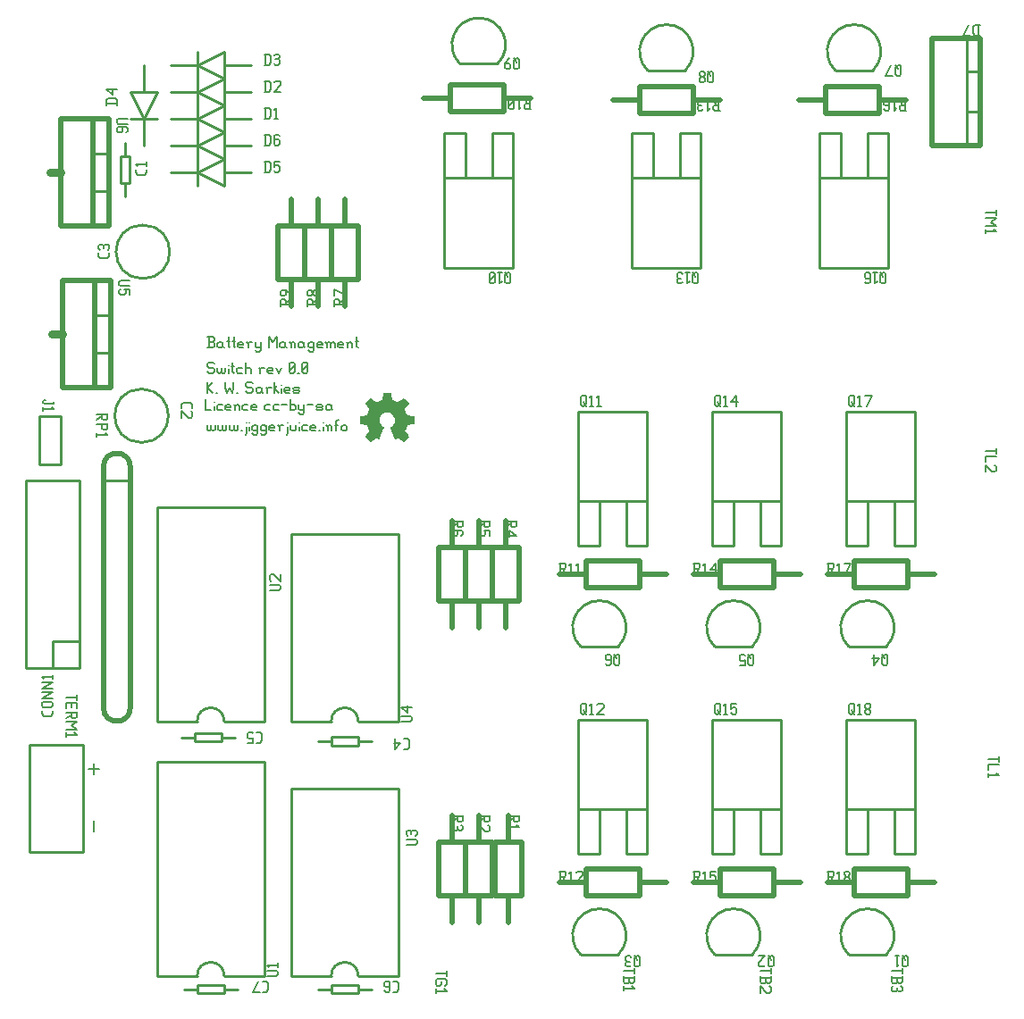
<source format=gto>
G04 start of page 8 for group -4079 idx -4079 *
G04 Title: (unknown), topsilk *
G04 Creator: pcb 20110918 *
G04 CreationDate: Mon 05 May 2014 14:06:19 GMT UTC *
G04 For: ksarkies *
G04 Format: Gerber/RS-274X *
G04 PCB-Dimensions: 390000 390000 *
G04 PCB-Coordinate-Origin: lower left *
%MOIN*%
%FSLAX25Y25*%
%LNTOPSILK*%
%ADD113C,0.0300*%
%ADD112C,0.0200*%
%ADD111C,0.0100*%
%ADD110C,0.0078*%
%ADD109C,0.0060*%
%ADD108C,0.0001*%
G54D108*G36*
X139547Y247604D02*X142124D01*
X142207Y247572D01*
X142254Y247496D01*
X142303Y247257D01*
X142347Y247035D01*
X142738Y244903D01*
X142785Y244815D01*
X142868Y244757D01*
X142971Y244713D01*
X143761Y244442D01*
X144511Y244084D01*
X144517D01*
X144604Y244046D01*
X144701Y244032D01*
X144799Y244063D01*
X146572Y245282D01*
X146763Y245407D01*
X146964Y245543D01*
X147050Y245568D01*
X147132Y245532D01*
X147463Y245202D01*
X147967Y244702D01*
X148125Y244539D01*
X148624Y244041D01*
X148786Y243884D01*
X148954Y243710D01*
X148993Y243625D01*
X148971Y243536D01*
X148835Y243335D01*
X148706Y243145D01*
X147517Y241409D01*
X147485Y241317D01*
X147500Y241220D01*
X147545Y241121D01*
X148228Y239515D01*
X148265Y239424D01*
X148328Y239346D01*
X148418Y239299D01*
X150457Y238918D01*
X150681Y238875D01*
X150924Y238832D01*
X150999Y238785D01*
X151028Y238702D01*
Y236125D01*
X150999Y236036D01*
X150924Y235989D01*
X150681Y235946D01*
X150457Y235903D01*
X148478Y235534D01*
X148390Y235486D01*
X148336Y235403D01*
X148308Y235343D01*
Y235332D01*
X147593Y233559D01*
X147588Y233547D01*
X147571Y233504D01*
X147554Y233403D01*
X147582Y233309D01*
X148711Y231677D01*
X148835Y231486D01*
X148976Y231285D01*
X148995Y231199D01*
X148954Y231117D01*
X148786Y230938D01*
X148624Y230781D01*
X147306Y229463D01*
X147132Y229295D01*
X147050Y229254D01*
X146964Y229272D01*
X146763Y229414D01*
X146572Y229538D01*
X144978Y230635D01*
X144879Y230664D01*
X144782Y230645D01*
X144451Y230461D01*
X144257Y230352D01*
X143910Y230174D01*
X143825Y230168D01*
X143763Y230228D01*
X143617Y230585D01*
X143529Y230792D01*
X142146Y234150D01*
X142058Y234356D01*
X141961Y234589D01*
X141957Y234684D01*
X142010Y234757D01*
X142233Y234888D01*
X142374Y234996D01*
X142910Y235442D01*
X143325Y236006D01*
X143592Y236665D01*
X143686Y237395D01*
X143628Y237970D01*
X143463Y238504D01*
X143200Y238989D01*
X142851Y239411D01*
X142431Y239760D01*
X141947Y240024D01*
X141413Y240189D01*
X140839Y240247D01*
X140264Y240189D01*
X139729Y240024D01*
X139246Y239760D01*
X138824Y239411D01*
X138476Y238989D01*
X138214Y238504D01*
X138049Y237970D01*
X137990Y237395D01*
X138083Y236665D01*
X138350Y236006D01*
X138764Y235442D01*
X139303Y234996D01*
X139439Y234888D01*
X139661Y234757D01*
X139715Y234684D01*
X139710Y234589D01*
X139613Y234356D01*
X139525Y234150D01*
X138142Y230792D01*
X138056Y230585D01*
X137908Y230228D01*
X137847Y230168D01*
X137763Y230174D01*
X137421Y230352D01*
X137220Y230461D01*
X136889Y230645D01*
X136790Y230664D01*
X136693Y230635D01*
X135099Y229538D01*
X134914Y229414D01*
X134708Y229272D01*
X134621Y229254D01*
X134539Y229295D01*
X134365Y229463D01*
X134208Y229625D01*
X133710Y230124D01*
X133547Y230282D01*
X133047Y230781D01*
X132885Y230938D01*
X132717Y231117D01*
X132678Y231199D01*
X132700Y231285D01*
X132836Y231486D01*
X132967Y231677D01*
X134089Y233309D01*
X134117Y233403D01*
X134100Y233504D01*
X134078Y233564D01*
X133368Y235338D01*
X133335Y235403D01*
X133281Y235486D01*
X133195Y235534D01*
X131214Y235903D01*
X130992Y235946D01*
X130753Y235989D01*
X130674Y236039D01*
X130645Y236125D01*
Y238702D01*
X130674Y238785D01*
X130753Y238832D01*
X130992Y238881D01*
X131214Y238918D01*
X133254Y239299D01*
X133343Y239346D01*
X133406Y239429D01*
X133443Y239515D01*
X134132Y241121D01*
X134171Y241220D01*
X134188Y241317D01*
X134160Y241409D01*
X132967Y243150D01*
X132836Y243335D01*
X132700Y243536D01*
X132678Y243625D01*
X132717Y243710D01*
X132885Y243884D01*
X133047Y244041D01*
X134539Y245532D01*
X134621Y245568D01*
X134708Y245549D01*
X134914Y245413D01*
X135099Y245282D01*
X136872Y244063D01*
X136970Y244034D01*
X137068Y244052D01*
X137154Y244084D01*
X137165Y244089D01*
X137911Y244443D01*
X138701Y244718D01*
X138804Y244757D01*
X138888Y244815D01*
X138933Y244903D01*
X139331Y247035D01*
X139368Y247257D01*
X139417Y247496D01*
X139464Y247572D01*
X139547Y247604D01*
G37*
G54D109*X73810Y264370D02*X75810D01*
X76310Y264870D01*
Y266070D02*Y264870D01*
X75810Y266570D02*X76310Y266070D01*
X74310Y266570D02*X75810D01*
X74310Y268370D02*Y264370D01*
X73810Y268370D02*X75810D01*
X76310Y267870D01*
Y267070D01*
X75810Y266570D02*X76310Y267070D01*
X79010Y266370D02*X79510Y265870D01*
X78010Y266370D02*X79010D01*
X77510Y265870D02*X78010Y266370D01*
X77510Y265870D02*Y264870D01*
X78010Y264370D01*
X79510Y266370D02*Y264870D01*
X80010Y264370D01*
X78010D02*X79010D01*
X79510Y264870D01*
X81710Y268370D02*Y264870D01*
X82210Y264370D01*
X81210Y266870D02*X82210D01*
X83710Y268370D02*Y264870D01*
X84210Y264370D01*
X83210Y266870D02*X84210D01*
X85710Y264370D02*X87210D01*
X85210Y264870D02*X85710Y264370D01*
X85210Y265870D02*Y264870D01*
Y265870D02*X85710Y266370D01*
X86710D01*
X87210Y265870D01*
X85210Y265370D02*X87210D01*
Y265870D02*Y265370D01*
X88910Y265870D02*Y264370D01*
Y265870D02*X89410Y266370D01*
X90410D01*
X88410D02*X88910Y265870D01*
X91610Y266370D02*Y264870D01*
X92110Y264370D01*
X93610Y266370D02*Y263370D01*
X93110Y262870D02*X93610Y263370D01*
X92110Y262870D02*X93110D01*
X91610Y263370D02*X92110Y262870D01*
Y264370D02*X93110D01*
X93610Y264870D01*
X96610Y268370D02*Y264370D01*
Y268370D02*X98110Y266370D01*
X99610Y268370D01*
Y264370D01*
X102310Y266370D02*X102810Y265870D01*
X101310Y266370D02*X102310D01*
X100810Y265870D02*X101310Y266370D01*
X100810Y265870D02*Y264870D01*
X101310Y264370D01*
X102810Y266370D02*Y264870D01*
X103310Y264370D01*
X101310D02*X102310D01*
X102810Y264870D01*
X105010Y265870D02*Y264370D01*
Y265870D02*X105510Y266370D01*
X106010D01*
X106510Y265870D01*
Y264370D01*
X104510Y266370D02*X105010Y265870D01*
X109210Y266370D02*X109710Y265870D01*
X108210Y266370D02*X109210D01*
X107710Y265870D02*X108210Y266370D01*
X107710Y265870D02*Y264870D01*
X108210Y264370D01*
X109710Y266370D02*Y264870D01*
X110210Y264370D01*
X108210D02*X109210D01*
X109710Y264870D01*
X112910Y266370D02*X113410Y265870D01*
X111910Y266370D02*X112910D01*
X111410Y265870D02*X111910Y266370D01*
X111410Y265870D02*Y264870D01*
X111910Y264370D01*
X112910D01*
X113410Y264870D01*
X111410Y263370D02*X111910Y262870D01*
X112910D01*
X113410Y263370D01*
Y266370D02*Y263370D01*
X115110Y264370D02*X116610D01*
X114610Y264870D02*X115110Y264370D01*
X114610Y265870D02*Y264870D01*
Y265870D02*X115110Y266370D01*
X116110D01*
X116610Y265870D01*
X114610Y265370D02*X116610D01*
Y265870D02*Y265370D01*
X118310Y265870D02*Y264370D01*
Y265870D02*X118810Y266370D01*
X119310D01*
X119810Y265870D01*
Y264370D01*
Y265870D02*X120310Y266370D01*
X120810D01*
X121310Y265870D01*
Y264370D01*
X117810Y266370D02*X118310Y265870D01*
X123010Y264370D02*X124510D01*
X122510Y264870D02*X123010Y264370D01*
X122510Y265870D02*Y264870D01*
Y265870D02*X123010Y266370D01*
X124010D01*
X124510Y265870D01*
X122510Y265370D02*X124510D01*
Y265870D02*Y265370D01*
X126210Y265870D02*Y264370D01*
Y265870D02*X126710Y266370D01*
X127210D01*
X127710Y265870D01*
Y264370D01*
X125710Y266370D02*X126210Y265870D01*
X129410Y268370D02*Y264870D01*
X129910Y264370D01*
X128910Y266870D02*X129910D01*
X75820Y258970D02*X76320Y258470D01*
X74320Y258970D02*X75820D01*
X73820Y258470D02*X74320Y258970D01*
X73820Y258470D02*Y257470D01*
X74320Y256970D01*
X75820D01*
X76320Y256470D01*
Y255470D01*
X75820Y254970D02*X76320Y255470D01*
X74320Y254970D02*X75820D01*
X73820Y255470D02*X74320Y254970D01*
X77520Y256970D02*Y255470D01*
X78020Y254970D01*
X78520D01*
X79020Y255470D01*
Y256970D02*Y255470D01*
X79520Y254970D01*
X80020D01*
X80520Y255470D01*
Y256970D02*Y255470D01*
X81720Y257970D02*Y257870D01*
Y256470D02*Y254970D01*
X83220Y258970D02*Y255470D01*
X83720Y254970D01*
X82720Y257470D02*X83720D01*
X85220Y256970D02*X86720D01*
X84720Y256470D02*X85220Y256970D01*
X84720Y256470D02*Y255470D01*
X85220Y254970D01*
X86720D01*
X87920Y258970D02*Y254970D01*
Y256470D02*X88420Y256970D01*
X89420D01*
X89920Y256470D01*
Y254970D01*
X93420Y256470D02*Y254970D01*
Y256470D02*X93920Y256970D01*
X94920D01*
X92920D02*X93420Y256470D01*
X96620Y254970D02*X98120D01*
X96120Y255470D02*X96620Y254970D01*
X96120Y256470D02*Y255470D01*
Y256470D02*X96620Y256970D01*
X97620D01*
X98120Y256470D01*
X96120Y255970D02*X98120D01*
Y256470D02*Y255970D01*
X99320Y256970D02*X100320Y254970D01*
X101320Y256970D02*X100320Y254970D01*
X104320Y255470D02*X104820Y254970D01*
X104320Y258470D02*Y255470D01*
Y258470D02*X104820Y258970D01*
X105820D01*
X106320Y258470D01*
Y255470D01*
X105820Y254970D02*X106320Y255470D01*
X104820Y254970D02*X105820D01*
X104320Y255970D02*X106320Y257970D01*
X107520Y254970D02*X108020D01*
X109220Y255470D02*X109720Y254970D01*
X109220Y258470D02*Y255470D01*
Y258470D02*X109720Y258970D01*
X110720D01*
X111220Y258470D01*
Y255470D01*
X110720Y254970D02*X111220Y255470D01*
X109720Y254970D02*X110720D01*
X109220Y255970D02*X111220Y257970D01*
X73820Y251600D02*Y247600D01*
Y249600D02*X75820Y251600D01*
X73820Y249600D02*X75820Y247600D01*
X77020D02*X77520D01*
X80520Y251600D02*Y249600D01*
X81020Y247600D01*
X82020Y249600D01*
X83020Y247600D01*
X83520Y249600D01*
Y251600D02*Y249600D01*
X84720Y247600D02*X85220D01*
X90220Y251600D02*X90720Y251100D01*
X88720Y251600D02*X90220D01*
X88220Y251100D02*X88720Y251600D01*
X88220Y251100D02*Y250100D01*
X88720Y249600D01*
X90220D01*
X90720Y249100D01*
Y248100D01*
X90220Y247600D02*X90720Y248100D01*
X88720Y247600D02*X90220D01*
X88220Y248100D02*X88720Y247600D01*
X93420Y249600D02*X93920Y249100D01*
X92420Y249600D02*X93420D01*
X91920Y249100D02*X92420Y249600D01*
X91920Y249100D02*Y248100D01*
X92420Y247600D01*
X93920Y249600D02*Y248100D01*
X94420Y247600D01*
X92420D02*X93420D01*
X93920Y248100D01*
X96120Y249100D02*Y247600D01*
Y249100D02*X96620Y249600D01*
X97620D01*
X95620D02*X96120Y249100D01*
X98820Y251600D02*Y247600D01*
Y249100D02*X100320Y247600D01*
X98820Y249100D02*X99820Y250100D01*
X101520Y250600D02*Y250500D01*
Y249100D02*Y247600D01*
X103020D02*X104520D01*
X102520Y248100D02*X103020Y247600D01*
X102520Y249100D02*Y248100D01*
Y249100D02*X103020Y249600D01*
X104020D01*
X104520Y249100D01*
X102520Y248600D02*X104520D01*
Y249100D02*Y248600D01*
X106220Y247600D02*X107720D01*
X108220Y248100D01*
X107720Y248600D02*X108220Y248100D01*
X106220Y248600D02*X107720D01*
X105720Y249100D02*X106220Y248600D01*
X105720Y249100D02*X106220Y249600D01*
X107720D01*
X108220Y249100D01*
X105720Y248100D02*X106220Y247600D01*
X73080Y245140D02*Y241140D01*
X75080D01*
X76280Y244140D02*Y244040D01*
Y242640D02*Y241140D01*
X77780Y243140D02*X79280D01*
X77280Y242640D02*X77780Y243140D01*
X77280Y242640D02*Y241640D01*
X77780Y241140D01*
X79280D01*
X80980D02*X82480D01*
X80480Y241640D02*X80980Y241140D01*
X80480Y242640D02*Y241640D01*
Y242640D02*X80980Y243140D01*
X81980D01*
X82480Y242640D01*
X80480Y242140D02*X82480D01*
Y242640D02*Y242140D01*
X84180Y242640D02*Y241140D01*
Y242640D02*X84680Y243140D01*
X85180D01*
X85680Y242640D01*
Y241140D01*
X83680Y243140D02*X84180Y242640D01*
X87380Y243140D02*X88880D01*
X86880Y242640D02*X87380Y243140D01*
X86880Y242640D02*Y241640D01*
X87380Y241140D01*
X88880D01*
X90580D02*X92080D01*
X90080Y241640D02*X90580Y241140D01*
X90080Y242640D02*Y241640D01*
Y242640D02*X90580Y243140D01*
X91580D01*
X92080Y242640D01*
X90080Y242140D02*X92080D01*
Y242640D02*Y242140D01*
X95580Y243140D02*X97080D01*
X95080Y242640D02*X95580Y243140D01*
X95080Y242640D02*Y241640D01*
X95580Y241140D01*
X97080D01*
X98780Y243140D02*X100280D01*
X98280Y242640D02*X98780Y243140D01*
X98280Y242640D02*Y241640D01*
X98780Y241140D01*
X100280D01*
X101480Y243140D02*X103480D01*
X104680Y245140D02*Y241140D01*
Y241640D02*X105180Y241140D01*
X106180D01*
X106680Y241640D01*
Y242640D02*Y241640D01*
X106180Y243140D02*X106680Y242640D01*
X105180Y243140D02*X106180D01*
X104680Y242640D02*X105180Y243140D01*
X107880D02*Y241640D01*
X108380Y241140D01*
X109880Y243140D02*Y240140D01*
X109380Y239640D02*X109880Y240140D01*
X108380Y239640D02*X109380D01*
X107880Y240140D02*X108380Y239640D01*
Y241140D02*X109380D01*
X109880Y241640D01*
X111080Y243140D02*X113080D01*
X114780Y241140D02*X116280D01*
X116780Y241640D01*
X116280Y242140D02*X116780Y241640D01*
X114780Y242140D02*X116280D01*
X114280Y242640D02*X114780Y242140D01*
X114280Y242640D02*X114780Y243140D01*
X116280D01*
X116780Y242640D01*
X114280Y241640D02*X114780Y241140D01*
X119480Y243140D02*X119980Y242640D01*
X118480Y243140D02*X119480D01*
X117980Y242640D02*X118480Y243140D01*
X117980Y242640D02*Y241640D01*
X118480Y241140D01*
X119980Y243140D02*Y241640D01*
X120480Y241140D01*
X118480D02*X119480D01*
X119980Y241640D01*
X73670Y235490D02*Y233990D01*
X74170Y233490D01*
X74670D01*
X75170Y233990D01*
Y235490D02*Y233990D01*
X75670Y233490D01*
X76170D01*
X76670Y233990D01*
Y235490D02*Y233990D01*
X77870Y235490D02*Y233990D01*
X78370Y233490D01*
X78870D01*
X79370Y233990D01*
Y235490D02*Y233990D01*
X79870Y233490D01*
X80370D01*
X80870Y233990D01*
Y235490D02*Y233990D01*
X82070Y235490D02*Y233990D01*
X82570Y233490D01*
X83070D01*
X83570Y233990D01*
Y235490D02*Y233990D01*
X84070Y233490D01*
X84570D01*
X85070Y233990D01*
Y235490D02*Y233990D01*
X86270Y233490D02*X86770D01*
X88470Y236490D02*Y236390D01*
Y234990D02*Y232490D01*
X87970Y231990D02*X88470Y232490D01*
X89470Y236490D02*Y236390D01*
Y234990D02*Y233490D01*
X91970Y235490D02*X92470Y234990D01*
X90970Y235490D02*X91970D01*
X90470Y234990D02*X90970Y235490D01*
X90470Y234990D02*Y233990D01*
X90970Y233490D01*
X91970D01*
X92470Y233990D01*
X90470Y232490D02*X90970Y231990D01*
X91970D01*
X92470Y232490D01*
Y235490D02*Y232490D01*
X95170Y235490D02*X95670Y234990D01*
X94170Y235490D02*X95170D01*
X93670Y234990D02*X94170Y235490D01*
X93670Y234990D02*Y233990D01*
X94170Y233490D01*
X95170D01*
X95670Y233990D01*
X93670Y232490D02*X94170Y231990D01*
X95170D01*
X95670Y232490D01*
Y235490D02*Y232490D01*
X97370Y233490D02*X98870D01*
X96870Y233990D02*X97370Y233490D01*
X96870Y234990D02*Y233990D01*
Y234990D02*X97370Y235490D01*
X98370D01*
X98870Y234990D01*
X96870Y234490D02*X98870D01*
Y234990D02*Y234490D01*
X100570Y234990D02*Y233490D01*
Y234990D02*X101070Y235490D01*
X102070D01*
X100070D02*X100570Y234990D01*
X103770Y236490D02*Y236390D01*
Y234990D02*Y232490D01*
X103270Y231990D02*X103770Y232490D01*
X104770Y235490D02*Y233990D01*
X105270Y233490D01*
X106270D01*
X106770Y233990D01*
Y235490D02*Y233990D01*
X107970Y236490D02*Y236390D01*
Y234990D02*Y233490D01*
X109470Y235490D02*X110970D01*
X108970Y234990D02*X109470Y235490D01*
X108970Y234990D02*Y233990D01*
X109470Y233490D01*
X110970D01*
X112670D02*X114170D01*
X112170Y233990D02*X112670Y233490D01*
X112170Y234990D02*Y233990D01*
Y234990D02*X112670Y235490D01*
X113670D01*
X114170Y234990D01*
X112170Y234490D02*X114170D01*
Y234990D02*Y234490D01*
X115370Y233490D02*X115870D01*
X117070Y236490D02*Y236390D01*
Y234990D02*Y233490D01*
X118570Y234990D02*Y233490D01*
Y234990D02*X119070Y235490D01*
X119570D01*
X120070Y234990D01*
Y233490D01*
X118070Y235490D02*X118570Y234990D01*
X121770Y236990D02*Y233490D01*
Y236990D02*X122270Y237490D01*
X122770D01*
X121270Y235490D02*X122270D01*
X123770Y234990D02*Y233990D01*
Y234990D02*X124270Y235490D01*
X125270D01*
X125770Y234990D01*
Y233990D01*
X125270Y233490D02*X125770Y233990D01*
X124270Y233490D02*X125270D01*
X123770Y233990D02*X124270Y233490D01*
G54D110*X29500Y107120D02*X33420D01*
X31460Y109080D02*Y105160D01*
X31380Y87920D02*Y84000D01*
G54D111*X26000Y215000D02*Y145000D01*
X6000Y215000D02*X26000D01*
X6000D02*Y145000D01*
X26000D01*
X16000Y155000D02*X26000D01*
X16000D02*Y145000D01*
X7500Y116300D02*X27500D01*
X7500D02*Y76300D01*
X27500D01*
Y116300D02*Y76300D01*
X95000Y110000D02*Y30000D01*
X55000Y110000D02*X95000D01*
X55000D02*Y30000D01*
X80000D02*X95000D01*
X55000D02*X70000D01*
X80000D02*G75*G03X70000Y30000I-5000J0D01*G01*
X80000Y25000D02*X85000D01*
X65000D02*X70000D01*
Y23400D02*X80000D01*
X70000Y26600D02*Y23400D01*
Y26600D02*X80000D01*
Y23400D01*
G54D112*X35000Y220000D02*Y130000D01*
X45000Y220000D02*Y130000D01*
G54D111*X35000Y215000D02*X45000D01*
G54D112*Y220000D02*G75*G03X35000Y220000I-5000J0D01*G01*
Y130000D02*G75*G03X45000Y130000I5000J0D01*G01*
G54D111*X95000Y205000D02*Y125000D01*
X55000Y205000D02*X95000D01*
X55000D02*Y125000D01*
X80000D02*X95000D01*
X55000D02*X70000D01*
X80000D02*G75*G03X70000Y125000I-5000J0D01*G01*
X79000Y119000D02*X84000D01*
X64000D02*X69000D01*
Y117400D02*X79000D01*
X69000Y120600D02*Y117400D01*
Y120600D02*X79000D01*
Y117400D01*
G54D112*X344000Y380000D02*X362000D01*
X344000D02*Y340000D01*
X362000D01*
Y380000D02*Y340000D01*
G54D111*X357000Y380000D02*Y340000D01*
Y367500D02*X362000D01*
X357000Y352500D02*X362000D01*
X312200Y207200D02*X337800D01*
X329922D02*Y190472D01*
X337800D01*
Y207200D03*
X312200Y190472D02*X320079D01*
Y207200D01*
X312200Y190472D02*Y240670D01*
X337800Y190472D02*Y240670D01*
D03*
X312200D02*X337800D01*
X302200Y327800D02*X327800D01*
X310078Y344528D02*Y327800D01*
X302200Y344528D02*X310078D01*
X302200Y327800D03*
X319921Y344528D02*X327800D01*
X319921D02*Y327800D01*
X327800Y344528D02*Y294330D01*
X302200Y344528D02*Y294330D01*
D03*
X327800D01*
G54D112*X315000Y185000D02*X335000D01*
Y175000D01*
X315000D02*X335000D01*
X315000Y185000D02*Y175000D01*
X305000Y180000D02*X315000D01*
X335000D02*X345000D01*
X304500Y352000D02*X324500D01*
X304500Y362000D02*Y352000D01*
Y362000D02*X324500D01*
Y352000D01*
Y357000D02*X334500D01*
X294500D02*X304500D01*
G54D111*X130000Y25000D02*X135000D01*
X115000D02*X120000D01*
Y23400D02*X130000D01*
X120000Y26600D02*Y23400D01*
Y26600D02*X130000D01*
Y23400D01*
X313000Y38000D02*X327000D01*
X327071Y37929D02*G75*G03X312929Y37929I-7071J7071D01*G01*
X213000Y38000D02*X227000D01*
X227071Y37929D02*G75*G03X212929Y37929I-7071J7071D01*G01*
G54D112*X180000Y80000D02*Y60000D01*
X170000D02*X180000D01*
X170000Y80000D02*Y60000D01*
Y80000D02*X180000D01*
X175000Y90000D02*Y80000D01*
Y60000D02*Y50000D01*
G54D111*X145000Y100000D02*Y30000D01*
X105000Y100000D02*X145000D01*
X105000D02*Y30000D01*
X130000D02*X145000D01*
X105000D02*X120000D01*
X130000D02*G75*G03X120000Y30000I-5000J0D01*G01*
G54D112*X191000Y80000D02*Y60000D01*
X181000D02*X191000D01*
X181000Y80000D02*Y60000D01*
Y80000D02*X191000D01*
X186000Y90000D02*Y80000D01*
Y60000D02*Y50000D01*
X170000Y80000D02*Y60000D01*
X160000D02*X170000D01*
X160000Y80000D02*Y60000D01*
Y80000D02*X170000D01*
X165000Y90000D02*Y80000D01*
Y60000D02*Y50000D01*
X315000Y70000D02*X335000D01*
Y60000D01*
X315000D02*X335000D01*
X315000Y70000D02*Y60000D01*
X305000Y65000D02*X315000D01*
X335000D02*X345000D01*
X265000Y70000D02*X285000D01*
Y60000D01*
X265000D02*X285000D01*
X265000Y70000D02*Y60000D01*
X255000Y65000D02*X265000D01*
X285000D02*X295000D01*
X215000Y70000D02*X235000D01*
Y60000D01*
X215000D02*X235000D01*
X215000Y70000D02*Y60000D01*
X205000Y65000D02*X215000D01*
X235000D02*X245000D01*
X100000Y310000D02*Y290000D01*
Y310000D02*X110000D01*
Y290000D01*
X100000D02*X110000D01*
X105000D02*Y280000D01*
Y320000D02*Y310000D01*
X110000D02*Y290000D01*
Y310000D02*X120000D01*
Y290000D01*
X110000D02*X120000D01*
X115000D02*Y280000D01*
Y320000D02*Y310000D01*
X120000D02*Y290000D01*
Y310000D02*X130000D01*
Y290000D01*
X120000D02*X130000D01*
X125000D02*Y280000D01*
Y320000D02*Y310000D01*
G54D111*X60000Y360000D02*X70000D01*
X80000D02*X90000D01*
X70000D02*X80000Y365000D01*
Y355000D01*
X70000Y360000D01*
Y365000D02*Y355000D01*
X50000Y350000D02*Y340000D01*
Y370000D02*Y360000D01*
Y350000D02*X45000Y360000D01*
X55000D01*
X50000Y350000D01*
X45000D02*X55000D01*
X60000Y370000D02*X70000D01*
X80000D02*X90000D01*
X70000D02*X80000Y375000D01*
Y365000D01*
X70000Y370000D01*
Y375000D02*Y365000D01*
X60000Y350000D02*X70000D01*
X80000D02*X90000D01*
X70000D02*X80000Y355000D01*
Y345000D01*
X70000Y350000D01*
Y355000D02*Y345000D01*
X60000Y330000D02*X70000D01*
X80000D02*X90000D01*
X70000D02*X80000Y335000D01*
Y325000D01*
X70000Y330000D01*
Y335000D02*Y325000D01*
X60000Y340000D02*X70000D01*
X80000D02*X90000D01*
X70000D02*X80000Y345000D01*
Y335000D01*
X70000Y340000D01*
Y345000D02*Y335000D01*
X49200Y249000D02*G75*G03X49200Y249000I0J-10000D01*G01*
X49700Y290200D02*G75*G03X49700Y290200I0J10000D01*G01*
G54D112*X37900Y289500D02*Y249500D01*
X19900D02*X37900D01*
X19900Y289500D02*Y249500D01*
Y289500D02*X37900D01*
Y249500D01*
X31900D02*X37900D01*
X31900Y289500D02*Y249500D01*
Y289500D02*X37900D01*
G54D111*X31900Y276500D02*X37900D01*
X31900Y262500D02*X37900D01*
G54D113*X15900Y269500D02*X19900D01*
G54D112*X37000Y350000D02*Y310000D01*
X19000D02*X37000D01*
X19000Y350000D02*Y310000D01*
Y350000D02*X37000D01*
Y310000D01*
X31000D02*X37000D01*
X31000Y350000D02*Y310000D01*
Y350000D02*X37000D01*
G54D111*X31000Y337000D02*X37000D01*
X31000Y323000D02*X37000D01*
G54D113*X15000Y330000D02*X19000D01*
G54D111*X43000Y326000D02*Y321000D01*
Y341000D02*Y336000D01*
X41400D02*Y326000D01*
Y336000D02*X44600D01*
Y326000D01*
X41400D02*X44600D01*
X11000Y239000D02*X19000D01*
X11000D02*Y221000D01*
X19000D01*
Y239000D02*Y221000D01*
X263000Y153000D02*X277000D01*
X277071Y152929D02*G75*G03X262929Y152929I-7071J7071D01*G01*
X263000Y38000D02*X277000D01*
X277071Y37929D02*G75*G03X262929Y37929I-7071J7071D01*G01*
X213000Y153000D02*X227000D01*
X227071Y152929D02*G75*G03X212929Y152929I-7071J7071D01*G01*
G54D112*X190000Y190000D02*Y170000D01*
X180000D02*X190000D01*
X180000Y190000D02*Y170000D01*
Y190000D02*X190000D01*
X185000Y200000D02*Y190000D01*
Y170000D02*Y160000D01*
G54D111*X313000Y153000D02*X327000D01*
X327071Y152929D02*G75*G03X312929Y152929I-7071J7071D01*G01*
X312200Y92200D02*X337800D01*
X329922D02*Y75472D01*
X337800D01*
Y92200D03*
X312200Y75472D02*X320079D01*
Y92200D01*
X312200Y75472D02*Y125670D01*
X337800Y75472D02*Y125670D01*
D03*
X312200D02*X337800D01*
X262200Y92200D02*X287800D01*
X279922D02*Y75472D01*
X287800D01*
Y92200D03*
X262200Y75472D02*X270079D01*
Y92200D01*
X262200Y75472D02*Y125670D01*
X287800Y75472D02*Y125670D01*
D03*
X262200D02*X287800D01*
X212200Y92200D02*X237800D01*
X229922D02*Y75472D01*
X237800D01*
Y92200D03*
X212200Y75472D02*X220079D01*
Y92200D01*
X212200Y75472D02*Y125670D01*
X237800Y75472D02*Y125670D01*
D03*
X212200D02*X237800D01*
X168000Y370500D02*X182000D01*
X182071Y370429D02*G75*G03X167929Y370429I-7071J7071D01*G01*
X238000Y368000D02*X252000D01*
X252071Y367929D02*G75*G03X237929Y367929I-7071J7071D01*G01*
X308000Y368000D02*X322000D01*
X322071Y367929D02*G75*G03X307929Y367929I-7071J7071D01*G01*
G54D112*X180000Y190000D02*Y170000D01*
X170000D02*X180000D01*
X170000Y190000D02*Y170000D01*
Y190000D02*X180000D01*
X175000Y200000D02*Y190000D01*
Y170000D02*Y160000D01*
X170000Y190000D02*Y170000D01*
X160000D02*X170000D01*
X160000Y190000D02*Y170000D01*
Y190000D02*X170000D01*
X165000Y200000D02*Y190000D01*
Y170000D02*Y160000D01*
G54D111*X262200Y207200D02*X287800D01*
X279922D02*Y190472D01*
X287800D01*
Y207200D03*
X262200Y190472D02*X270079D01*
Y207200D01*
X262200Y190472D02*Y240670D01*
X287800Y190472D02*Y240670D01*
D03*
X262200D02*X287800D01*
X212200Y207200D02*X237800D01*
X229922D02*Y190472D01*
X237800D01*
Y207200D03*
X212200Y190472D02*X220079D01*
Y207200D01*
X212200Y190472D02*Y240670D01*
X237800Y190472D02*Y240670D01*
D03*
X212200D02*X237800D01*
G54D112*X265000Y185000D02*X285000D01*
Y175000D01*
X265000D02*X285000D01*
X265000Y185000D02*Y175000D01*
X255000Y180000D02*X265000D01*
X285000D02*X295000D01*
X215000Y185000D02*X235000D01*
Y175000D01*
X215000D02*X235000D01*
X215000Y185000D02*Y175000D01*
X205000Y180000D02*X215000D01*
X235000D02*X245000D01*
G54D111*X232200Y327800D02*X257800D01*
X240078Y344528D02*Y327800D01*
X232200Y344528D02*X240078D01*
X232200Y327800D03*
X249921Y344528D02*X257800D01*
X249921D02*Y327800D01*
X257800Y344528D02*Y294330D01*
X232200Y344528D02*Y294330D01*
D03*
X257800D01*
X162200Y327800D02*X187800D01*
X170078Y344528D02*Y327800D01*
X162200Y344528D02*X170078D01*
X162200Y327800D03*
X179921Y344528D02*X187800D01*
X179921D02*Y327800D01*
X187800Y344528D02*Y294330D01*
X162200Y344528D02*Y294330D01*
D03*
X187800D01*
G54D112*X164500Y352500D02*X184500D01*
X164500Y362500D02*Y352500D01*
Y362500D02*X184500D01*
Y352500D01*
Y357500D02*X194500D01*
X154500D02*X164500D01*
X235000Y352000D02*X255000D01*
X235000Y362000D02*Y352000D01*
Y362000D02*X255000D01*
Y352000D01*
Y357000D02*X265000D01*
X225000D02*X235000D01*
G54D111*X145000Y195000D02*Y125000D01*
X105000Y195000D02*X145000D01*
X105000D02*Y125000D01*
X130000D02*X145000D01*
X105000D02*X120000D01*
X130000D02*G75*G03X120000Y125000I-5000J0D01*G01*
X130000Y117500D02*X135000D01*
X115000D02*X120000D01*
Y115900D02*X130000D01*
X120000Y119100D02*Y115900D01*
Y119100D02*X130000D01*
Y115900D01*
G54D109*X369000Y112000D02*Y110000D01*
X365000Y111000D02*X369000D01*
X365000Y108800D02*X369000D01*
X365000D02*Y106800D01*
X368200Y105600D02*X369000Y104800D01*
X365000D02*X369000D01*
X365000Y105600D02*Y104100D01*
X361500Y385000D02*Y381000D01*
X360200D02*X359500Y381700D01*
Y384300D02*Y381700D01*
X360200Y385000D02*X359500Y384300D01*
X360200Y385000D02*X362000D01*
X360200Y381000D02*X362000D01*
X357800Y385000D02*X355800Y381000D01*
X358300D01*
X368000Y316000D02*Y314000D01*
X364000Y315000D02*X368000D01*
X364000Y312800D02*X368000D01*
X366000Y311300D01*
X368000Y309800D01*
X364000D02*X368000D01*
X367200Y308600D02*X368000Y307800D01*
X364000D02*X368000D01*
X364000Y308600D02*Y307100D01*
X368000Y227000D02*Y225000D01*
X364000Y226000D02*X368000D01*
X364000Y223800D02*X368000D01*
X364000D02*Y221800D01*
X367500Y220600D02*X368000Y220100D01*
Y218600D01*
X367500Y218100D01*
X366500D02*X367500D01*
X364000Y220600D02*X366500Y218100D01*
X364000Y220600D02*Y218100D01*
X313189Y246059D02*Y243059D01*
Y246059D02*X313689Y246559D01*
X314689D01*
X315189Y246059D01*
Y243559D01*
X314189Y242559D02*X315189Y243559D01*
X313689Y242559D02*X314189D01*
X313189Y243059D02*X313689Y242559D01*
X314189Y244059D02*X315189Y242559D01*
X316389Y245759D02*X317189Y246559D01*
Y242559D01*
X316389D02*X317889D01*
X319589D02*X321589Y246559D01*
X319089D02*X321589D01*
X263189Y246059D02*Y243059D01*
Y246059D02*X263689Y246559D01*
X264689D01*
X265189Y246059D01*
Y243559D01*
X264189Y242559D02*X265189Y243559D01*
X263689Y242559D02*X264189D01*
X263189Y243059D02*X263689Y242559D01*
X264189Y244059D02*X265189Y242559D01*
X266389Y245759D02*X267189Y246559D01*
Y242559D01*
X266389D02*X267889D01*
X269089Y244059D02*X271089Y246559D01*
X269089Y244059D02*X271589D01*
X271089Y246559D02*Y242559D01*
X213189Y246059D02*Y243059D01*
Y246059D02*X213689Y246559D01*
X214689D01*
X215189Y246059D01*
Y243559D01*
X214189Y242559D02*X215189Y243559D01*
X213689Y242559D02*X214189D01*
X213189Y243059D02*X213689Y242559D01*
X214189Y244059D02*X215189Y242559D01*
X216389Y245759D02*X217189Y246559D01*
Y242559D01*
X216389D02*X217889D01*
X219089Y245759D02*X219889Y246559D01*
Y242559D01*
X219089D02*X220589D01*
X326811Y291941D02*Y288941D01*
X326311Y288441D01*
X325311D02*X326311D01*
X325311D02*X324811Y288941D01*
Y291441D02*Y288941D01*
X325811Y292441D02*X324811Y291441D01*
X325811Y292441D02*X326311D01*
X326811Y291941D02*X326311Y292441D01*
X325811Y290941D02*X324811Y292441D01*
X323611Y289241D02*X322811Y288441D01*
Y292441D02*Y288441D01*
X322111Y292441D02*X323611D01*
X319411Y288441D02*X318911Y288941D01*
X319411Y288441D02*X320411D01*
X320911Y288941D02*X320411Y288441D01*
X320911Y291941D02*Y288941D01*
Y291941D02*X320411Y292441D01*
X319411Y290241D02*X318911Y290741D01*
X319411Y290241D02*X320911D01*
X319411Y292441D02*X320411D01*
X319411D02*X318911Y291941D01*
Y290741D01*
X256811Y291941D02*Y288941D01*
X256311Y288441D01*
X255311D02*X256311D01*
X255311D02*X254811Y288941D01*
Y291441D02*Y288941D01*
X255811Y292441D02*X254811Y291441D01*
X255811Y292441D02*X256311D01*
X256811Y291941D02*X256311Y292441D01*
X255811Y290941D02*X254811Y292441D01*
X253611Y289241D02*X252811Y288441D01*
Y292441D02*Y288441D01*
X252111Y292441D02*X253611D01*
X250911Y288941D02*X250411Y288441D01*
X249411D02*X250411D01*
X249411D02*X248911Y288941D01*
X249411Y292441D02*X248911Y291941D01*
X249411Y292441D02*X250411D01*
X250911Y291941D02*X250411Y292441D01*
X249411Y290241D02*X250411D01*
X248911Y289741D02*Y288941D01*
Y291941D02*Y290741D01*
X249411Y290241D01*
X248911Y289741D02*X249411Y290241D01*
X186811Y291941D02*Y288941D01*
X186311Y288441D01*
X185311D02*X186311D01*
X185311D02*X184811Y288941D01*
Y291441D02*Y288941D01*
X185811Y292441D02*X184811Y291441D01*
X185811Y292441D02*X186311D01*
X186811Y291941D02*X186311Y292441D01*
X185811Y290941D02*X184811Y292441D01*
X183611Y289241D02*X182811Y288441D01*
Y292441D02*Y288441D01*
X182111Y292441D02*X183611D01*
X180911Y291941D02*X180411Y292441D01*
X180911Y291941D02*Y288941D01*
X180411Y288441D01*
X179411D02*X180411D01*
X179411D02*X178911Y288941D01*
Y291941D02*Y288941D01*
X179411Y292441D02*X178911Y291941D01*
X179411Y292441D02*X180411D01*
X180911Y291441D02*X178911Y289441D01*
X192500Y353500D02*X194500D01*
X192500D02*X192000Y354000D01*
Y355000D02*Y354000D01*
X192500Y355500D02*X192000Y355000D01*
X192500Y355500D02*X194000D01*
Y357500D02*Y353500D01*
X193200Y355500D02*X192000Y357500D01*
X190800Y354300D02*X190000Y353500D01*
Y357500D02*Y353500D01*
X189300Y357500D02*X190800D01*
X188100Y357000D02*X187600Y357500D01*
X188100Y357000D02*Y354000D01*
X187600Y353500D01*
X186600D02*X187600D01*
X186600D02*X186100Y354000D01*
Y357000D02*Y354000D01*
X186600Y357500D02*X186100Y357000D01*
X186600Y357500D02*X187600D01*
X188100Y356500D02*X186100Y354500D01*
X263000Y353000D02*X265000D01*
X263000D02*X262500Y353500D01*
Y354500D02*Y353500D01*
X263000Y355000D02*X262500Y354500D01*
X263000Y355000D02*X264500D01*
Y357000D02*Y353000D01*
X263700Y355000D02*X262500Y357000D01*
X261300Y353800D02*X260500Y353000D01*
Y357000D02*Y353000D01*
X259800Y357000D02*X261300D01*
X258600Y353500D02*X258100Y353000D01*
X257100D02*X258100D01*
X257100D02*X256600Y353500D01*
X257100Y357000D02*X256600Y356500D01*
X257100Y357000D02*X258100D01*
X258600Y356500D02*X258100Y357000D01*
X257100Y354800D02*X258100D01*
X256600Y354300D02*Y353500D01*
Y356500D02*Y355300D01*
X257100Y354800D01*
X256600Y354300D02*X257100Y354800D01*
X332500Y353000D02*X334500D01*
X332500D02*X332000Y353500D01*
Y354500D02*Y353500D01*
X332500Y355000D02*X332000Y354500D01*
X332500Y355000D02*X334000D01*
Y357000D02*Y353000D01*
X333200Y355000D02*X332000Y357000D01*
X330800Y353800D02*X330000Y353000D01*
Y357000D02*Y353000D01*
X329300Y357000D02*X330800D01*
X326600Y353000D02*X326100Y353500D01*
X326600Y353000D02*X327600D01*
X328100Y353500D02*X327600Y353000D01*
X328100Y356500D02*Y353500D01*
Y356500D02*X327600Y357000D01*
X326600Y354800D02*X326100Y355300D01*
X326600Y354800D02*X328100D01*
X326600Y357000D02*X327600D01*
X326600D02*X326100Y356500D01*
Y355300D01*
X333000Y33000D02*Y31000D01*
X329000Y32000D02*X333000D01*
X329000Y29800D02*Y27800D01*
X329500Y27300D01*
X330700D01*
X331200Y27800D02*X330700Y27300D01*
X331200Y29300D02*Y27800D01*
X329000Y29300D02*X333000D01*
Y29800D02*Y27800D01*
X332500Y27300D01*
X331700D02*X332500D01*
X331200Y27800D02*X331700Y27300D01*
X332500Y26100D02*X333000Y25600D01*
Y24600D01*
X332500Y24100D01*
X329000Y24600D02*X329500Y24100D01*
X329000Y25600D02*Y24600D01*
X329500Y26100D02*X329000Y25600D01*
X331200D02*Y24600D01*
X331700Y24100D02*X332500D01*
X329500D02*X330700D01*
X331200Y24600D01*
X331700Y24100D02*X331200Y24600D01*
X284000Y33000D02*Y31000D01*
X280000Y32000D02*X284000D01*
X280000Y29800D02*Y27800D01*
X280500Y27300D01*
X281700D01*
X282200Y27800D02*X281700Y27300D01*
X282200Y29300D02*Y27800D01*
X280000Y29300D02*X284000D01*
Y29800D02*Y27800D01*
X283500Y27300D01*
X282700D02*X283500D01*
X282200Y27800D02*X282700Y27300D01*
X283500Y26100D02*X284000Y25600D01*
Y24100D01*
X283500Y23600D01*
X282500D02*X283500D01*
X280000Y26100D02*X282500Y23600D01*
X280000Y26100D02*Y23600D01*
X233000Y33000D02*Y31000D01*
X229000Y32000D02*X233000D01*
X229000Y29800D02*Y27800D01*
X229500Y27300D01*
X230700D01*
X231200Y27800D02*X230700Y27300D01*
X231200Y29300D02*Y27800D01*
X229000Y29300D02*X233000D01*
Y29800D02*Y27800D01*
X232500Y27300D01*
X231700D02*X232500D01*
X231200Y27800D02*X231700Y27300D01*
X232200Y26100D02*X233000Y25300D01*
X229000D02*X233000D01*
X229000Y26100D02*Y24600D01*
X313189Y131059D02*Y128059D01*
Y131059D02*X313689Y131559D01*
X314689D01*
X315189Y131059D01*
Y128559D01*
X314189Y127559D02*X315189Y128559D01*
X313689Y127559D02*X314189D01*
X313189Y128059D02*X313689Y127559D01*
X314189Y129059D02*X315189Y127559D01*
X316389Y130759D02*X317189Y131559D01*
Y127559D01*
X316389D02*X317889D01*
X319089Y128059D02*X319589Y127559D01*
X319089Y128859D02*Y128059D01*
Y128859D02*X319789Y129559D01*
X320389D01*
X321089Y128859D01*
Y128059D01*
X320589Y127559D02*X321089Y128059D01*
X319589Y127559D02*X320589D01*
X319089Y130259D02*X319789Y129559D01*
X319089Y131059D02*Y130259D01*
Y131059D02*X319589Y131559D01*
X320589D01*
X321089Y131059D01*
Y130259D01*
X320389Y129559D02*X321089Y130259D01*
X263189Y131059D02*Y128059D01*
Y131059D02*X263689Y131559D01*
X264689D01*
X265189Y131059D01*
Y128559D01*
X264189Y127559D02*X265189Y128559D01*
X263689Y127559D02*X264189D01*
X263189Y128059D02*X263689Y127559D01*
X264189Y129059D02*X265189Y127559D01*
X266389Y130759D02*X267189Y131559D01*
Y127559D01*
X266389D02*X267889D01*
X269089Y131559D02*X271089D01*
X269089D02*Y129559D01*
X269589Y130059D01*
X270589D01*
X271089Y129559D01*
Y128059D01*
X270589Y127559D02*X271089Y128059D01*
X269589Y127559D02*X270589D01*
X269089Y128059D02*X269589Y127559D01*
X163000Y32000D02*Y30000D01*
X159000Y31000D02*X163000D01*
Y26800D02*X162500Y26300D01*
X163000Y28300D02*Y26800D01*
X162500Y28800D02*X163000Y28300D01*
X159500Y28800D02*X162500D01*
X159500D02*X159000Y28300D01*
Y26800D01*
X159500Y26300D01*
X160500D01*
X161000Y26800D02*X160500Y26300D01*
X161000Y27800D02*Y26800D01*
X162200Y25100D02*X163000Y24300D01*
X159000D02*X163000D01*
X159000Y25100D02*Y23600D01*
X235000Y37000D02*Y34000D01*
X234500Y33500D01*
X233500D02*X234500D01*
X233500D02*X233000Y34000D01*
Y36500D02*Y34000D01*
X234000Y37500D02*X233000Y36500D01*
X234000Y37500D02*X234500D01*
X235000Y37000D02*X234500Y37500D01*
X234000Y36000D02*X233000Y37500D01*
X231800Y34000D02*X231300Y33500D01*
X230300D02*X231300D01*
X230300D02*X229800Y34000D01*
X230300Y37500D02*X229800Y37000D01*
X230300Y37500D02*X231300D01*
X231800Y37000D02*X231300Y37500D01*
X230300Y35300D02*X231300D01*
X229800Y34800D02*Y34000D01*
Y37000D02*Y35800D01*
X230300Y35300D01*
X229800Y34800D02*X230300Y35300D01*
X227500Y149500D02*Y146500D01*
X227000Y146000D01*
X226000D02*X227000D01*
X226000D02*X225500Y146500D01*
Y149000D02*Y146500D01*
X226500Y150000D02*X225500Y149000D01*
X226500Y150000D02*X227000D01*
X227500Y149500D02*X227000Y150000D01*
X226500Y148500D02*X225500Y150000D01*
X222800Y146000D02*X222300Y146500D01*
X222800Y146000D02*X223800D01*
X224300Y146500D02*X223800Y146000D01*
X224300Y149500D02*Y146500D01*
Y149500D02*X223800Y150000D01*
X222800Y147800D02*X222300Y148300D01*
X222800Y147800D02*X224300D01*
X222800Y150000D02*X223800D01*
X222800D02*X222300Y149500D01*
Y148300D01*
X277500Y149500D02*Y146500D01*
X277000Y146000D01*
X276000D02*X277000D01*
X276000D02*X275500Y146500D01*
Y149000D02*Y146500D01*
X276500Y150000D02*X275500Y149000D01*
X276500Y150000D02*X277000D01*
X277500Y149500D02*X277000Y150000D01*
X276500Y148500D02*X275500Y150000D01*
X272300Y146000D02*X274300D01*
Y148000D02*Y146000D01*
Y148000D02*X273800Y147500D01*
X272800D02*X273800D01*
X272800D02*X272300Y148000D01*
Y149500D02*Y148000D01*
X272800Y150000D02*X272300Y149500D01*
X272800Y150000D02*X273800D01*
X274300Y149500D02*X273800Y150000D01*
X213189Y131059D02*Y128059D01*
Y131059D02*X213689Y131559D01*
X214689D01*
X215189Y131059D01*
Y128559D01*
X214189Y127559D02*X215189Y128559D01*
X213689Y127559D02*X214189D01*
X213189Y128059D02*X213689Y127559D01*
X214189Y129059D02*X215189Y127559D01*
X216389Y130759D02*X217189Y131559D01*
Y127559D01*
X216389D02*X217889D01*
X219089Y131059D02*X219589Y131559D01*
X221089D01*
X221589Y131059D01*
Y130059D01*
X219089Y127559D02*X221589Y130059D01*
X219089Y127559D02*X221589D01*
X327500Y149500D02*Y146500D01*
X327000Y146000D01*
X326000D02*X327000D01*
X326000D02*X325500Y146500D01*
Y149000D02*Y146500D01*
X326500Y150000D02*X325500Y149000D01*
X326500Y150000D02*X327000D01*
X327500Y149500D02*X327000Y150000D01*
X326500Y148500D02*X325500Y150000D01*
X324300Y148500D02*X322300Y146000D01*
X321800Y148500D02*X324300D01*
X322300Y150000D02*Y146000D01*
X285000Y37000D02*Y34000D01*
X284500Y33500D01*
X283500D02*X284500D01*
X283500D02*X283000Y34000D01*
Y36500D02*Y34000D01*
X284000Y37500D02*X283000Y36500D01*
X284000Y37500D02*X284500D01*
X285000Y37000D02*X284500Y37500D01*
X284000Y36000D02*X283000Y37500D01*
X281800Y34000D02*X281300Y33500D01*
X279800D02*X281300D01*
X279800D02*X279300Y34000D01*
Y35000D02*Y34000D01*
X281800Y37500D02*X279300Y35000D01*
Y37500D02*X281800D01*
X335000Y37000D02*Y34000D01*
X334500Y33500D01*
X333500D02*X334500D01*
X333500D02*X333000Y34000D01*
Y36500D02*Y34000D01*
X334000Y37500D02*X333000Y36500D01*
X334000Y37500D02*X334500D01*
X335000Y37000D02*X334500Y37500D01*
X334000Y36000D02*X333000Y37500D01*
X331800Y34300D02*X331000Y33500D01*
Y37500D02*Y33500D01*
X330300Y37500D02*X331800D01*
X305000Y69000D02*X307000D01*
X307500Y68500D01*
Y67500D01*
X307000Y67000D02*X307500Y67500D01*
X305500Y67000D02*X307000D01*
X305500Y69000D02*Y65000D01*
X306300Y67000D02*X307500Y65000D01*
X308700Y68200D02*X309500Y69000D01*
Y65000D01*
X308700D02*X310200D01*
X311400Y65500D02*X311900Y65000D01*
X311400Y66300D02*Y65500D01*
Y66300D02*X312100Y67000D01*
X312700D01*
X313400Y66300D01*
Y65500D01*
X312900Y65000D02*X313400Y65500D01*
X311900Y65000D02*X312900D01*
X311400Y67700D02*X312100Y67000D01*
X311400Y68500D02*Y67700D01*
Y68500D02*X311900Y69000D01*
X312900D01*
X313400Y68500D01*
Y67700D01*
X312700Y67000D02*X313400Y67700D01*
X190000Y90000D02*Y88000D01*
X189500Y87500D01*
X188500D02*X189500D01*
X188000Y88000D02*X188500Y87500D01*
X188000Y89500D02*Y88000D01*
X186000Y89500D02*X190000D01*
X188000Y88700D02*X186000Y87500D01*
X189200Y86300D02*X190000Y85500D01*
X186000D02*X190000D01*
X186000Y86300D02*Y84800D01*
X169000Y90000D02*Y88000D01*
X168500Y87500D01*
X167500D02*X168500D01*
X167000Y88000D02*X167500Y87500D01*
X167000Y89500D02*Y88000D01*
X165000Y89500D02*X169000D01*
X167000Y88700D02*X165000Y87500D01*
X168500Y86300D02*X169000Y85800D01*
Y84800D01*
X168500Y84300D01*
X165000Y84800D02*X165500Y84300D01*
X165000Y85800D02*Y84800D01*
X165500Y86300D02*X165000Y85800D01*
X167200D02*Y84800D01*
X167700Y84300D02*X168500D01*
X165500D02*X166700D01*
X167200Y84800D01*
X167700Y84300D02*X167200Y84800D01*
X96000Y30000D02*X99500D01*
X100000Y30500D01*
Y31500D02*Y30500D01*
Y31500D02*X99500Y32000D01*
X96000D02*X99500D01*
X96800Y33200D02*X96000Y34000D01*
X100000D01*
Y34700D02*Y33200D01*
X189000Y200000D02*Y198000D01*
X188500Y197500D01*
X187500D02*X188500D01*
X187000Y198000D02*X187500Y197500D01*
X187000Y199500D02*Y198000D01*
X185000Y199500D02*X189000D01*
X187000Y198700D02*X185000Y197500D01*
X186500Y196300D02*X189000Y194300D01*
X186500Y196300D02*Y193800D01*
X185000Y194300D02*X189000D01*
X205000Y69000D02*X207000D01*
X207500Y68500D01*
Y67500D01*
X207000Y67000D02*X207500Y67500D01*
X205500Y67000D02*X207000D01*
X205500Y69000D02*Y65000D01*
X206300Y67000D02*X207500Y65000D01*
X208700Y68200D02*X209500Y69000D01*
Y65000D01*
X208700D02*X210200D01*
X211400Y68500D02*X211900Y69000D01*
X213400D01*
X213900Y68500D01*
Y67500D01*
X211400Y65000D02*X213900Y67500D01*
X211400Y65000D02*X213900D01*
X255000Y69000D02*X257000D01*
X257500Y68500D01*
Y67500D01*
X257000Y67000D02*X257500Y67500D01*
X255500Y67000D02*X257000D01*
X255500Y69000D02*Y65000D01*
X256300Y67000D02*X257500Y65000D01*
X258700Y68200D02*X259500Y69000D01*
Y65000D01*
X258700D02*X260200D01*
X261400Y69000D02*X263400D01*
X261400D02*Y67000D01*
X261900Y67500D01*
X262900D01*
X263400Y67000D01*
Y65500D01*
X262900Y65000D02*X263400Y65500D01*
X261900Y65000D02*X262900D01*
X261400Y65500D02*X261900Y65000D01*
X255000Y184000D02*X257000D01*
X257500Y183500D01*
Y182500D01*
X257000Y182000D02*X257500Y182500D01*
X255500Y182000D02*X257000D01*
X255500Y184000D02*Y180000D01*
X256300Y182000D02*X257500Y180000D01*
X258700Y183200D02*X259500Y184000D01*
Y180000D01*
X258700D02*X260200D01*
X261400Y181500D02*X263400Y184000D01*
X261400Y181500D02*X263900D01*
X263400Y184000D02*Y180000D01*
X205000Y184000D02*X207000D01*
X207500Y183500D01*
Y182500D01*
X207000Y182000D02*X207500Y182500D01*
X205500Y182000D02*X207000D01*
X205500Y184000D02*Y180000D01*
X206300Y182000D02*X207500Y180000D01*
X208700Y183200D02*X209500Y184000D01*
Y180000D01*
X208700D02*X210200D01*
X211400Y183200D02*X212200Y184000D01*
Y180000D01*
X211400D02*X212900D01*
X179000Y200000D02*Y198000D01*
X178500Y197500D01*
X177500D02*X178500D01*
X177000Y198000D02*X177500Y197500D01*
X177000Y199500D02*Y198000D01*
X175000Y199500D02*X179000D01*
X177000Y198700D02*X175000Y197500D01*
X179000Y196300D02*Y194300D01*
X177000Y196300D02*X179000D01*
X177000D02*X177500Y195800D01*
Y194800D01*
X177000Y194300D01*
X175500D02*X177000D01*
X175000Y194800D02*X175500Y194300D01*
X175000Y195800D02*Y194800D01*
X175500Y196300D02*X175000Y195800D01*
X169000Y200000D02*Y198000D01*
X168500Y197500D01*
X167500D02*X168500D01*
X167000Y198000D02*X167500Y197500D01*
X167000Y199500D02*Y198000D01*
X165000Y199500D02*X169000D01*
X167000Y198700D02*X165000Y197500D01*
X169000Y194800D02*X168500Y194300D01*
X169000Y195800D02*Y194800D01*
X168500Y196300D02*X169000Y195800D01*
X165500Y196300D02*X168500D01*
X165500D02*X165000Y195800D01*
X167200Y194800D02*X166700Y194300D01*
X167200Y196300D02*Y194800D01*
X165000Y195800D02*Y194800D01*
X165500Y194300D01*
X166700D01*
X305000Y184000D02*X307000D01*
X307500Y183500D01*
Y182500D01*
X307000Y182000D02*X307500Y182500D01*
X305500Y182000D02*X307000D01*
X305500Y184000D02*Y180000D01*
X306300Y182000D02*X307500Y180000D01*
X308700Y183200D02*X309500Y184000D01*
Y180000D01*
X308700D02*X310200D01*
X311900D02*X313900Y184000D01*
X311400D02*X313900D01*
X143000Y28000D02*X144300D01*
X145000Y27300D02*X144300Y28000D01*
X145000Y27300D02*Y24700D01*
X144300Y24000D01*
X143000D02*X144300D01*
X140300D02*X139800Y24500D01*
X140300Y24000D02*X141300D01*
X141800Y24500D02*X141300Y24000D01*
X141800Y27500D02*Y24500D01*
Y27500D02*X141300Y28000D01*
X140300Y25800D02*X139800Y26300D01*
X140300Y25800D02*X141800D01*
X140300Y28000D02*X141300D01*
X140300D02*X139800Y27500D01*
Y26300D01*
X179000Y90000D02*Y88000D01*
X178500Y87500D01*
X177500D02*X178500D01*
X177000Y88000D02*X177500Y87500D01*
X177000Y89500D02*Y88000D01*
X175000Y89500D02*X179000D01*
X177000Y88700D02*X175000Y87500D01*
X178500Y86300D02*X179000Y85800D01*
Y84300D01*
X178500Y83800D01*
X177500D02*X178500D01*
X175000Y86300D02*X177500Y83800D01*
X175000Y86300D02*Y83800D01*
X146000Y125000D02*X149500D01*
X150000Y125500D01*
Y126500D02*Y125500D01*
Y126500D02*X149500Y127000D01*
X146000D02*X149500D01*
X148500Y128200D02*X146000Y130200D01*
X148500Y130700D02*Y128200D01*
X146000Y130200D02*X150000D01*
X148000Y79000D02*X151500D01*
X152000Y79500D01*
Y80500D02*Y79500D01*
Y80500D02*X151500Y81000D01*
X148000D02*X151500D01*
X148500Y82200D02*X148000Y82700D01*
Y83700D02*Y82700D01*
Y83700D02*X148500Y84200D01*
X152000Y83700D02*X151500Y84200D01*
X152000Y83700D02*Y82700D01*
X151500Y82200D02*X152000Y82700D01*
X149800Y83700D02*Y82700D01*
X148500Y84200D02*X149300D01*
X150300D02*X151500D01*
X150300D02*X149800Y83700D01*
X149300Y84200D02*X149800Y83700D01*
X147000Y118500D02*X148300D01*
X149000Y117800D02*X148300Y118500D01*
X149000Y117800D02*Y115200D01*
X148300Y114500D01*
X147000D02*X148300D01*
X145800Y117000D02*X143800Y114500D01*
X143300Y117000D02*X145800D01*
X143800Y118500D02*Y114500D01*
X16500Y244300D02*Y243500D01*
X13000D02*X16500D01*
X12500Y244000D02*X13000Y243500D01*
X12500Y244500D02*Y244000D01*
X13000Y245000D02*X12500Y244500D01*
X13000Y245000D02*X13500D01*
X15700Y242300D02*X16500Y241500D01*
X12500D02*X16500D01*
X12500Y242300D02*Y240800D01*
X16000Y129000D02*Y127700D01*
X15300Y127000D02*X16000Y127700D01*
X12700Y127000D02*X15300D01*
X12700D02*X12000Y127700D01*
Y129000D02*Y127700D01*
X12500Y130200D02*X15500D01*
X12500D02*X12000Y130700D01*
Y131700D02*Y130700D01*
Y131700D02*X12500Y132200D01*
X15500D01*
X16000Y131700D02*X15500Y132200D01*
X16000Y131700D02*Y130700D01*
X15500Y130200D02*X16000Y130700D01*
X12000Y133400D02*X16000D01*
X12000D02*X16000Y135900D01*
X12000D02*X16000D01*
X12000Y137100D02*X16000D01*
X12000D02*X16000Y139600D01*
X12000D02*X16000D01*
X12800Y140800D02*X12000Y141600D01*
X16000D01*
Y142300D02*Y140800D01*
X25000Y135000D02*Y133000D01*
X21000Y134000D02*X25000D01*
X23200Y131800D02*Y130300D01*
X21000Y131800D02*Y129800D01*
Y131800D02*X25000D01*
Y129800D01*
Y128600D02*Y126600D01*
X24500Y126100D01*
X23500D02*X24500D01*
X23000Y126600D02*X23500Y126100D01*
X23000Y128100D02*Y126600D01*
X21000Y128100D02*X25000D01*
X23000Y127300D02*X21000Y126100D01*
Y124900D02*X25000D01*
X23000Y123400D01*
X25000Y121900D01*
X21000D02*X25000D01*
X24200Y120700D02*X25000Y119900D01*
X21000D02*X25000D01*
X21000Y120700D02*Y119200D01*
X36000Y355500D02*X40000D01*
X36000Y356800D02*X36700Y357500D01*
X39300D01*
X40000Y356800D02*X39300Y357500D01*
X40000Y356800D02*Y355000D01*
X36000Y356800D02*Y355000D01*
X38500Y358700D02*X36000Y360700D01*
X38500Y361200D02*Y358700D01*
X36000Y360700D02*X40000D01*
X37200Y299700D02*Y298400D01*
X36500Y297700D02*X37200Y298400D01*
X33900Y297700D02*X36500D01*
X33900D02*X33200Y298400D01*
Y299700D02*Y298400D01*
X33700Y300900D02*X33200Y301400D01*
Y302400D02*Y301400D01*
Y302400D02*X33700Y302900D01*
X37200Y302400D02*X36700Y302900D01*
X37200Y302400D02*Y301400D01*
X36700Y300900D02*X37200Y301400D01*
X35000Y302400D02*Y301400D01*
X33700Y302900D02*X34500D01*
X35500D02*X36700D01*
X35500D02*X35000Y302400D01*
X34500Y302900D02*X35000Y302400D01*
X36500Y240000D02*Y238000D01*
X36000Y237500D01*
X35000D02*X36000D01*
X34500Y238000D02*X35000Y237500D01*
X34500Y239500D02*Y238000D01*
X32500Y239500D02*X36500D01*
X34500Y238700D02*X32500Y237500D01*
Y235800D02*X36500D01*
Y236300D02*Y234300D01*
X36000Y233800D01*
X35000D02*X36000D01*
X34500Y234300D02*X35000Y233800D01*
X34500Y235800D02*Y234300D01*
X35700Y232600D02*X36500Y231800D01*
X32500D02*X36500D01*
X32500Y232600D02*Y231100D01*
X64200Y243300D02*Y242000D01*
X64900Y244000D02*X64200Y243300D01*
X64900Y244000D02*X67500D01*
X68200Y243300D01*
Y242000D01*
X67700Y240800D02*X68200Y240300D01*
Y238800D01*
X67700Y238300D01*
X66700D02*X67700D01*
X64200Y240800D02*X66700Y238300D01*
X64200Y240800D02*Y238300D01*
X101000Y282000D02*Y280000D01*
Y282000D02*X101500Y282500D01*
X102500D01*
X103000Y282000D02*X102500Y282500D01*
X103000Y282000D02*Y280500D01*
X101000D02*X105000D01*
X103000Y281300D02*X105000Y282500D01*
Y284200D02*X103000Y285700D01*
X101500D02*X103000D01*
X101000Y285200D02*X101500Y285700D01*
X101000Y285200D02*Y284200D01*
X101500Y283700D02*X101000Y284200D01*
X101500Y283700D02*X102500D01*
X103000Y284200D01*
Y285700D02*Y284200D01*
X111000Y282000D02*Y280000D01*
Y282000D02*X111500Y282500D01*
X112500D01*
X113000Y282000D02*X112500Y282500D01*
X113000Y282000D02*Y280500D01*
X111000D02*X115000D01*
X113000Y281300D02*X115000Y282500D01*
X114500Y283700D02*X115000Y284200D01*
X113700Y283700D02*X114500D01*
X113700D02*X113000Y284400D01*
Y285000D02*Y284400D01*
Y285000D02*X113700Y285700D01*
X114500D01*
X115000Y285200D02*X114500Y285700D01*
X115000Y285200D02*Y284200D01*
X112300Y283700D02*X113000Y284400D01*
X111500Y283700D02*X112300D01*
X111500D02*X111000Y284200D01*
Y285200D02*Y284200D01*
Y285200D02*X111500Y285700D01*
X112300D01*
X113000Y285000D02*X112300Y285700D01*
X121000Y282000D02*Y280000D01*
Y282000D02*X121500Y282500D01*
X122500D01*
X123000Y282000D02*X122500Y282500D01*
X123000Y282000D02*Y280500D01*
X121000D02*X125000D01*
X123000Y281300D02*X125000Y282500D01*
Y284200D02*X121000Y286200D01*
Y283700D01*
X95500Y334000D02*Y330000D01*
X96800Y334000D02*X97500Y333300D01*
Y330700D01*
X96800Y330000D02*X97500Y330700D01*
X95000Y330000D02*X96800D01*
X95000Y334000D02*X96800D01*
X98700D02*X100700D01*
X98700D02*Y332000D01*
X99200Y332500D01*
X100200D01*
X100700Y332000D01*
Y330500D01*
X100200Y330000D02*X100700Y330500D01*
X99200Y330000D02*X100200D01*
X98700Y330500D02*X99200Y330000D01*
X95500Y344000D02*Y340000D01*
X96800Y344000D02*X97500Y343300D01*
Y340700D01*
X96800Y340000D02*X97500Y340700D01*
X95000Y340000D02*X96800D01*
X95000Y344000D02*X96800D01*
X100200D02*X100700Y343500D01*
X99200Y344000D02*X100200D01*
X98700Y343500D02*X99200Y344000D01*
X98700Y343500D02*Y340500D01*
X99200Y340000D01*
X100200Y342200D02*X100700Y341700D01*
X98700Y342200D02*X100200D01*
X99200Y340000D02*X100200D01*
X100700Y340500D01*
Y341700D02*Y340500D01*
X41400Y289500D02*X44900D01*
X41400D02*X40900Y289000D01*
Y288000D01*
X41400Y287500D01*
X44900D01*
Y286300D02*Y284300D01*
X42900Y286300D02*X44900D01*
X42900D02*X43400Y285800D01*
Y284800D01*
X42900Y284300D01*
X41400D02*X42900D01*
X40900Y284800D02*X41400Y284300D01*
X40900Y285800D02*Y284800D01*
X41400Y286300D02*X40900Y285800D01*
X40500Y350000D02*X44000D01*
X40500D02*X40000Y349500D01*
Y348500D01*
X40500Y348000D01*
X44000D01*
Y345300D02*X43500Y344800D01*
X44000Y346300D02*Y345300D01*
X43500Y346800D02*X44000Y346300D01*
X40500Y346800D02*X43500D01*
X40500D02*X40000Y346300D01*
X42200Y345300D02*X41700Y344800D01*
X42200Y346800D02*Y345300D01*
X40000Y346300D02*Y345300D01*
X40500Y344800D01*
X41700D01*
X51000Y331000D02*Y329700D01*
X50300Y329000D02*X51000Y329700D01*
X47700Y329000D02*X50300D01*
X47700D02*X47000Y329700D01*
Y331000D02*Y329700D01*
X47800Y332200D02*X47000Y333000D01*
X51000D01*
Y333700D02*Y332200D01*
X94500Y28000D02*X95800D01*
X96500Y27300D02*X95800Y28000D01*
X96500Y27300D02*Y24700D01*
X95800Y24000D01*
X94500D02*X95800D01*
X92800Y28000D02*X90800Y24000D01*
X93300D01*
X97000Y174000D02*X100500D01*
X101000Y174500D01*
Y175500D02*Y174500D01*
Y175500D02*X100500Y176000D01*
X97000D02*X100500D01*
X97500Y177200D02*X97000Y177700D01*
Y179200D02*Y177700D01*
Y179200D02*X97500Y179700D01*
X98500D01*
X101000Y177200D02*X98500Y179700D01*
X101000D02*Y177200D01*
X92000Y121000D02*X93300D01*
X94000Y120300D02*X93300Y121000D01*
X94000Y120300D02*Y117700D01*
X93300Y117000D01*
X92000D02*X93300D01*
X88800D02*X90800D01*
Y119000D02*Y117000D01*
Y119000D02*X90300Y118500D01*
X89300D02*X90300D01*
X89300D02*X88800Y119000D01*
Y120500D02*Y119000D01*
X89300Y121000D02*X88800Y120500D01*
X89300Y121000D02*X90300D01*
X90800Y120500D02*X90300Y121000D01*
X95500Y364000D02*Y360000D01*
X96800Y364000D02*X97500Y363300D01*
Y360700D01*
X96800Y360000D02*X97500Y360700D01*
X95000Y360000D02*X96800D01*
X95000Y364000D02*X96800D01*
X98700Y363500D02*X99200Y364000D01*
X100700D01*
X101200Y363500D01*
Y362500D01*
X98700Y360000D02*X101200Y362500D01*
X98700Y360000D02*X101200D01*
X190000Y372000D02*Y369000D01*
X189500Y368500D01*
X188500D02*X189500D01*
X188500D02*X188000Y369000D01*
Y371500D02*Y369000D01*
X189000Y372500D02*X188000Y371500D01*
X189000Y372500D02*X189500D01*
X190000Y372000D02*X189500Y372500D01*
X189000Y371000D02*X188000Y372500D01*
X186300D02*X184800Y370500D01*
Y369000D01*
X185300Y368500D02*X184800Y369000D01*
X185300Y368500D02*X186300D01*
X186800Y369000D02*X186300Y368500D01*
X186800Y370000D02*Y369000D01*
Y370000D02*X186300Y370500D01*
X184800D02*X186300D01*
X262500Y367000D02*Y364000D01*
X262000Y363500D01*
X261000D02*X262000D01*
X261000D02*X260500Y364000D01*
Y366500D02*Y364000D01*
X261500Y367500D02*X260500Y366500D01*
X261500Y367500D02*X262000D01*
X262500Y367000D02*X262000Y367500D01*
X261500Y366000D02*X260500Y367500D01*
X259300Y367000D02*X258800Y367500D01*
X259300Y367000D02*Y366200D01*
X258600Y365500D01*
X258000D02*X258600D01*
X258000D02*X257300Y366200D01*
Y367000D02*Y366200D01*
X257800Y367500D02*X257300Y367000D01*
X257800Y367500D02*X258800D01*
X259300Y364800D02*X258600Y365500D01*
X259300Y364800D02*Y364000D01*
X258800Y363500D01*
X257800D02*X258800D01*
X257800D02*X257300Y364000D01*
Y364800D02*Y364000D01*
X258000Y365500D02*X257300Y364800D01*
X332500Y369500D02*Y366500D01*
X332000Y366000D01*
X331000D02*X332000D01*
X331000D02*X330500Y366500D01*
Y369000D02*Y366500D01*
X331500Y370000D02*X330500Y369000D01*
X331500Y370000D02*X332000D01*
X332500Y369500D02*X332000Y370000D01*
X331500Y368500D02*X330500Y370000D01*
X328800D02*X326800Y366000D01*
X329300D01*
X95500Y374000D02*Y370000D01*
X96800Y374000D02*X97500Y373300D01*
Y370700D01*
X96800Y370000D02*X97500Y370700D01*
X95000Y370000D02*X96800D01*
X95000Y374000D02*X96800D01*
X98700Y373500D02*X99200Y374000D01*
X100200D01*
X100700Y373500D01*
X100200Y370000D02*X100700Y370500D01*
X99200Y370000D02*X100200D01*
X98700Y370500D02*X99200Y370000D01*
Y372200D02*X100200D01*
X100700Y373500D02*Y372700D01*
Y371700D02*Y370500D01*
Y371700D02*X100200Y372200D01*
X100700Y372700D02*X100200Y372200D01*
X95500Y354000D02*Y350000D01*
X96800Y354000D02*X97500Y353300D01*
Y350700D01*
X96800Y350000D02*X97500Y350700D01*
X95000Y350000D02*X96800D01*
X95000Y354000D02*X96800D01*
X98700Y353200D02*X99500Y354000D01*
Y350000D01*
X98700D02*X100200D01*
M02*

</source>
